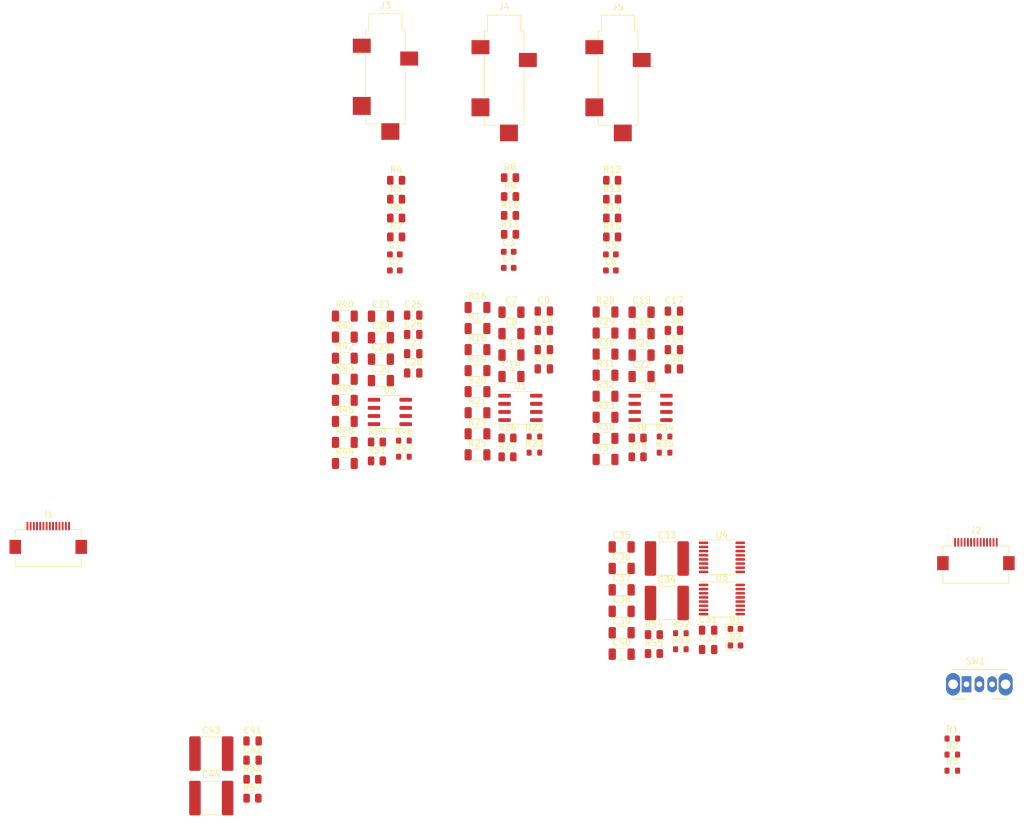
<source format=kicad_pcb>
(kicad_pcb (version 20221018) (generator pcbnew)
  (layers (0 "F.Cu" signal) (31 "B.Cu" signal) (34 "B.Paste" user) (35 "F.Paste" user) (36 "B.SilkS" user "B.Silkscreen") (37 "F.SilkS" user "F.Silkscreen") (38 "B.Mask" user) (39 "F.Mask" user) (44 "Edge.Cuts" user))
  (net 0 "")
  (net 1 "Net-(C1-Pad1)")
  (net 2 "GND")
  (net 3 "Net-(C2-Pad2)")
  (net 4 "Net-(C3-Pad1)")
  (net 5 "Net-(C4-Pad2)")
  (net 6 "Net-(C5-Pad1)")
  (net 7 "Net-(C6-Pad2)")
  (net 8 "Net-(C7-Pad1)")
  (net 9 "/AudioSignals/FrontAudioConnectors/T")
  (net 10 "Net-(C8-Pad1)")
  (net 11 "/AudioSignals/FrontAudioConnectors/R")
  (net 12 "VCC")
  (net 13 "VEE")
  (net 14 "Net-(C11-Pad2)")
  (net 15 "Net-(C12-Pad2)")
  (net 16 "Net-(C13-Pad1)")
  (net 17 "Net-(C14-Pad1)")
  (net 18 "Net-(C15-Pad1)")
  (net 19 "/AudioSignals/SorroundAudioConnectors/T")
  (net 20 "Net-(C16-Pad1)")
  (net 21 "/AudioSignals/SorroundAudioConnectors/R")
  (net 22 "Net-(C19-Pad2)")
  (net 23 "Net-(C20-Pad2)")
  (net 24 "Net-(C21-Pad1)")
  (net 25 "Net-(C22-Pad1)")
  (net 26 "Net-(C23-Pad1)")
  (net 27 "/AudioSignals/CenterSubAudioConnectors/T")
  (net 28 "Net-(C24-Pad1)")
  (net 29 "/AudioSignals/CenterSubAudioConnectors/R")
  (net 30 "Net-(C27-Pad2)")
  (net 31 "Net-(C28-Pad2)")
  (net 32 "Net-(C29-Pad1)")
  (net 33 "Net-(C30-Pad1)")
  (net 34 "Net-(D1-K)")
  (net 35 "Net-(D2-A)")
  (net 36 "Net-(U4-X)")
  (net 37 "Net-(C35-Pad2)")
  (net 38 "Net-(U4-Y)")
  (net 39 "Net-(C36-Pad2)")
  (net 40 "Net-(U4-Z)")
  (net 41 "/Demux/ODSL")
  (net 42 "Net-(U5-X)")
  (net 43 "/Demux/ODSR")
  (net 44 "Net-(U5-Y)")
  (net 45 "/Demux/ODC")
  (net 46 "Net-(U5-Z)")
  (net 47 "/Demux/ODSUB")
  (net 48 "/DR-LINE")
  (net 49 "/DL-LINE")
  (net 50 "/Demux/DL")
  (net 51 "/Demux/DR")
  (net 52 "/Demux/DSL")
  (net 53 "/Demux/DSR")
  (net 54 "/Demux/DC")
  (net 55 "/Demux/DSUB")
  (net 56 "-12V")
  (net 57 "+12V")
  (net 58 "/Demux/ODL")
  (net 59 "/Demux/ODR")
  (net 60 "/Demux/INPUTCTRL")
  (net 61 "Net-(SW1-B)")
  (net 62 "Net-(SW1-C)")
  (net 63 "Net-(SW1-A)")
  (net 64 "Net-(U1B-+)")
  (net 65 "Net-(U1A-+)")
  (net 66 "Net-(U1B--)")
  (net 67 "Net-(U1A--)")
  (net 68 "/AudioSignals/PCR")
  (net 69 "/AudioSignals/PCL")
  (net 70 "Net-(U2B-+)")
  (net 71 "Net-(U2A-+)")
  (net 72 "Net-(U2B--)")
  (net 73 "Net-(U2A--)")
  (net 74 "/AudioSignals/PCSR")
  (net 75 "/AudioSignals/PCSL")
  (net 76 "Net-(U3B-+)")
  (net 77 "Net-(U3A-+)")
  (net 78 "Net-(U3B--)")
  (net 79 "Net-(U3A--)")
  (net 80 "/AudioSignals/PCSUB")
  (net 81 "/AudioSignals/PCC")
  (footprint "Resistor_SMD:R_1206_3216Metric" (layer "F.Cu") (at 99.98 92.49)
    (fp_text reference "R18" (at 0 -1.82) (layer "F.SilkS"))
    (fp_text value "10k")
    (pad "1" smd roundrect (at -1.4625 0) (size 1.125 1.75) (layers "F.Cu" "F.Paste" "F.Mask") (roundrect_rratio 0.222222) (net 64 "Net-(U1B-+)"))
    (pad "2" smd roundrect (at 1.4625 0) (size 1.125 1.75) (layers "F.Cu" "F.Paste" "F.Mask") (roundrect_rratio 0.222222) (net 8 "Net-(C7-Pad1)"))
  )
  (footprint "Resistor_SMD:R_0805_2012Metric" (layer "F.Cu") (at 124.98 106.3)
    (fp_text reference "R38" (at 0 -1.65) (layer "F.SilkS"))
    (fp_text value "4.7k")
    (pad "1" smd roundrect (at -0.9125 0) (size 1.025 1.4) (layers "F.Cu" "F.Paste" "F.Mask") (roundrect_rratio 0.243902) (net 24 "Net-(C21-Pad1)"))
    (pad "2" smd roundrect (at 0.9125 0) (size 1.025 1.4) (layers "F.Cu" "F.Paste" "F.Mask") (roundrect_rratio 0.243902) (net 74 "/AudioSignals/PCSR"))
  )
  (footprint "Capacitor_SMD:C_1206_3216Metric" (layer "F.Cu") (at 122.49 136.73)
    (fp_text reference "C39" (at 0 -1.85) (layer "F.SilkS"))
    (fp_text value "4.7u")
    (pad "1" smd roundrect (at -1.475 0) (size 1.15 1.8) (layers "F.Cu" "F.Paste" "F.Mask") (roundrect_rratio 0.217391) (net 44 "Net-(U5-Y)"))
    (pad "2" smd roundrect (at 1.475 0) (size 1.15 1.8) (layers "F.Cu" "F.Paste" "F.Mask") (roundrect_rratio 0.217391) (net 45 "/Demux/ODC"))
  )
  (footprint "Resistor_SMD:R_0805_2012Metric" (layer "F.Cu") (at 124.98 109.25)
    (fp_text reference "R39" (at 0 -1.65) (layer "F.SilkS"))
    (fp_text value "4.7k")
    (pad "1" smd roundrect (at -0.9125 0) (size 1.025 1.4) (layers "F.Cu" "F.Paste" "F.Mask") (roundrect_rratio 0.243902) (net 25 "Net-(C22-Pad1)"))
    (pad "2" smd roundrect (at 0.9125 0) (size 1.025 1.4) (layers "F.Cu" "F.Paste" "F.Mask") (roundrect_rratio 0.243902) (net 75 "/AudioSignals/PCSL"))
  )
  (footprint "Package_SO:SOIC-8_3.9x4.9mm_P1.27mm" (layer "F.Cu") (at 106.68 101.6)
    (fp_text reference "U1" (at 0 -3.4) (layer "F.SilkS"))
    (fp_text value "RC4558")
    (pad "1" smd roundrect (at -2.475 -1.905) (size 1.95 0.6) (layers "F.Cu" "F.Paste" "F.Mask") (net 15 "Net-(C12-Pad2)"))
    (pad "2" smd roundrect (at -2.475 -0.635) (size 1.95 0.6) (layers "F.Cu" "F.Paste" "F.Mask") (net 67 "Net-(U1A--)"))
    (pad "3" smd roundrect (at -2.475 0.635) (size 1.95 0.6) (layers "F.Cu" "F.Paste" "F.Mask") (net 65 "Net-(U1A-+)"))
    (pad "4" smd roundrect (at -2.475 1.905) (size 1.95 0.6) (layers "F.Cu" "F.Paste" "F.Mask") (net 13 "VEE"))
    (pad "5" smd roundrect (at 2.475 1.905) (size 1.95 0.6) (layers "F.Cu" "F.Paste" "F.Mask") (net 64 "Net-(U1B-+)"))
    (pad "6" smd roundrect (at 2.475 0.635) (size 1.95 0.6) (layers "F.Cu" "F.Paste" "F.Mask") (net 66 "Net-(U1B--)"))
    (pad "7" smd roundrect (at 2.475 -0.635) (size 1.95 0.6) (layers "F.Cu" "F.Paste" "F.Mask") (net 14 "Net-(C11-Pad2)"))
    (pad "8" smd roundrect (at 2.475 -1.905) (size 1.95 0.6) (layers "F.Cu" "F.Paste" "F.Mask") (net 12 "VCC"))
  )
  (footprint "Resistor_SMD:R_1206_3216Metric" (layer "F.Cu") (at 119.97 96.49)
    (fp_text reference "R31" (at 0 -1.82) (layer "F.SilkS"))
    (fp_text value "10k")
    (pad "1" smd roundrect (at -1.4625 0) (size 1.125 1.75) (layers "F.Cu" "F.Paste" "F.Mask") (roundrect_rratio 0.222222) (net 71 "Net-(U2A-+)"))
    (pad "2" smd roundrect (at 1.4625 0) (size 1.125 1.75) (layers "F.Cu" "F.Paste" "F.Mask") (roundrect_rratio 0.222222) (net 20 "Net-(C16-Pad1)"))
  )
  (footprint "Resistor_SMD:R_1206_3216Metric" (layer "F.Cu") (at 99.98 102.36)
    (fp_text reference "R21" (at 0 -1.82) (layer "F.SilkS"))
    (fp_text value "100k")
    (pad "1" smd roundrect (at -1.4625 0) (size 1.125 1.75) (layers "F.Cu" "F.Paste" "F.Mask") (roundrect_rratio 0.222222) (net 2 "GND"))
    (pad "2" smd roundrect (at 1.4625 0) (size 1.125 1.75) (layers "F.Cu" "F.Paste" "F.Mask") (roundrect_rratio 0.222222) (net 65 "Net-(U1A-+)"))
  )
  (footprint "Button_Switch_THT:SW_CuK_OS102011MA1QN1_SPDT_Angled" (layer "F.Cu") (at 176.34 144.78)
    (fp_text reference "SW1" (at 1.4 -3.6) (layer "F.SilkS"))
    (fp_text value "SW_SPDT")
    (pad "" thru_hole oval (at -2.1 0) (size 2.2 3.5) (drill 1.5) (layers "*.Cu" "*.Mask"))
    (pad "" thru_hole oval (at 6.1 0) (size 2.2 3.5) (drill 1.5) (layers "*.Cu" "*.Mask"))
    (pad "1" thru_hole rect (at 0 0) (size 1.5 2.5) (drill 0.9) (layers "*.Cu" "*.Mask") (net 63 "Net-(SW1-A)"))
    (pad "2" thru_hole oval (at 2 0) (size 1.5 2.5) (drill 0.9) (layers "*.Cu" "*.Mask") (net 61 "Net-(SW1-B)"))
    (pad "3" thru_hole oval (at 4 0) (size 1.5 2.5) (drill 0.9) (layers "*.Cu" "*.Mask") (net 62 "Net-(SW1-C)"))
  )
  (footprint "Capacitor_SMD:C_1206_3216Metric" (layer "F.Cu") (at 125.6 90)
    (fp_text reference "C16" (at 0 -1.85) (layer "F.SilkS"))
    (fp_text value "4.7u")
    (pad "1" smd roundrect (at -1.475 0) (size 1.15 1.8) (layers "F.Cu" "F.Paste" "F.Mask") (roundrect_rratio 0.217391) (net 20 "Net-(C16-Pad1)"))
    (pad "2" smd roundrect (at 1.475 0) (size 1.15 1.8) (layers "F.Cu" "F.Paste" "F.Mask") (roundrect_rratio 0.217391) (net 21 "/AudioSignals/SorroundAudioConnectors/R"))
  )
  (footprint "Capacitor_SMD:C_0805_2012Metric" (layer "F.Cu") (at 110.33 92.5)
    (fp_text reference "C11" (at 0 -1.68) (layer "F.SilkS"))
    (fp_text value "47p")
    (pad "1" smd roundrect (at -0.95 0) (size 1 1.45) (layers "F.Cu" "F.Paste" "F.Mask") (net 2 "GND"))
    (pad "2" smd roundrect (at 0.95 0) (size 1 1.45) (layers "F.Cu" "F.Paste" "F.Mask") (net 14 "Net-(C11-Pad2)"))
  )
  (footprint "Resistor_SMD:R_0603_1608Metric" (layer "F.Cu") (at 131.73 139.32)
    (fp_text reference "R53" (at 0 -1.43) (layer "F.SilkS"))
    (fp_text value "10k")
    (pad "1" smd roundrect (at -0.825 0) (size 0.8 0.95) (layers "F.Cu" "F.Paste" "F.Mask") (net 39 "Net-(C36-Pad2)"))
    (pad "2" smd roundrect (at 0.825 0) (size 0.8 0.95) (layers "F.Cu" "F.Paste" "F.Mask") (net 59 "/Demux/ODR"))
  )
  (footprint "Capacitor_SMD:C_0805_2012Metric" (layer "F.Cu") (at 130.65 92.5)
    (fp_text reference "C19" (at 0 -1.68) (layer "F.SilkS"))
    (fp_text value "47p")
    (pad "1" smd roundrect (at -0.95 0) (size 1 1.45) (layers "F.Cu" "F.Paste" "F.Mask") (net 2 "GND"))
    (pad "2" smd roundrect (at 0.95 0) (size 1 1.45) (layers "F.Cu" "F.Paste" "F.Mask") (net 22 "Net-(C19-Pad2)"))
  )
  (footprint "Resistor_SMD:R_0805_2012Metric" (layer "F.Cu") (at 84.275 106.935)
    (fp_text reference "R50" (at 0 -1.65) (layer "F.SilkS"))
    (fp_text value "4.7k")
    (pad "1" smd roundrect (at -0.9125 0) (size 1.025 1.4) (layers "F.Cu" "F.Paste" "F.Mask") (roundrect_rratio 0.243902) (net 32 "Net-(C29-Pad1)"))
    (pad "2" smd roundrect (at 0.9125 0) (size 1.025 1.4) (layers "F.Cu" "F.Paste" "F.Mask") (roundrect_rratio 0.243902) (net 80 "/AudioSignals/PCSUB"))
  )
  (footprint "Capacitor_SMD:C_1206_3216Metric" (layer "F.Cu") (at 125.6 86.65)
    (fp_text reference "C15" (at 0 -1.85) (layer "F.SilkS"))
    (fp_text value "4.7u")
    (pad "1" smd roundrect (at -1.475 0) (size 1.15 1.8) (layers "F.Cu" "F.Paste" "F.Mask") (roundrect_rratio 0.217391) (net 18 "Net-(C15-Pad1)"))
    (pad "2" smd roundrect (at 1.475 0) (size 1.15 1.8) (layers "F.Cu" "F.Paste" "F.Mask") (roundrect_rratio 0.217391) (net 19 "/AudioSignals/SorroundAudioConnectors/T"))
  )
  (footprint "Capacitor_SMD:C_0805_2012Metric" (layer "F.Cu") (at 89.945 90.125)
    (fp_text reference "C26" (at 0 -1.68) (layer "F.SilkS"))
    (fp_text value "104")
    (pad "1" smd roundrect (at -0.95 0) (size 1 1.45) (layers "F.Cu" "F.Paste" "F.Mask") (net 2 "GND"))
    (pad "2" smd roundrect (at 0.95 0) (size 1 1.45) (layers "F.Cu" "F.Paste" "F.Mask") (net 13 "VEE"))
  )
  (footprint "Capacitor_SMD:C_1206_3216Metric" (layer "F.Cu") (at 84.895 90.635)
    (fp_text reference "C24" (at 0 -1.85) (layer "F.SilkS"))
    (fp_text value "4.7u")
    (pad "1" smd roundrect (at -1.475 0) (size 1.15 1.8) (layers "F.Cu" "F.Paste" "F.Mask") (roundrect_rratio 0.217391) (net 28 "Net-(C24-Pad1)"))
    (pad "2" smd roundrect (at 1.475 0) (size 1.15 1.8) (layers "F.Cu" "F.Paste" "F.Mask") (roundrect_rratio 0.217391) (net 29 "/AudioSignals/CenterSubAudioConnectors/R"))
  )
  (footprint "Resistor_SMD:R_0805_2012Metric" (layer "F.Cu") (at 64.84 162.58)
    (fp_text reference "R57" (at 0 -1.65) (layer "F.SilkS"))
    (fp_text value "100")
    (pad "1" smd roundrect (at -0.9125 0) (size 1.025 1.4) (layers "F.Cu" "F.Paste" "F.Mask") (roundrect_rratio 0.243902) (net 57 "+12V"))
    (pad "2" smd roundrect (at 0.9125 0) (size 1.025 1.4) (layers "F.Cu" "F.Paste" "F.Mask") (roundrect_rratio 0.243902) (net 12 "VCC"))
  )
  (footprint "Resistor_SMD:R_1206_3216Metric" (layer "F.Cu") (at 119.97 89.91)
    (fp_text reference "R29" (at 0 -1.82) (layer "F.SilkS"))
    (fp_text value "100k")
    (pad "1" smd roundrect (at -1.4625 0) (size 1.125 1.75) (layers "F.Cu" "F.Paste" "F.Mask") (roundrect_rratio 0.222222) (net 2 "GND"))
    (pad "2" smd roundrect (at 1.4625 0) (size 1.125 1.75) (layers "F.Cu" "F.Paste" "F.Mask") (roundrect_rratio 0.222222) (net 21 "/AudioSignals/SorroundAudioConnectors/R"))
  )
  (footprint "Capacitor_SMD:C_0805_2012Metric" (layer "F.Cu") (at 64.86 156.65)
    (fp_text reference "C42" (at 0 -1.68) (layer "F.SilkS"))
    (fp_text value "0.1u")
    (pad "1" smd roundrect (at -0.95 0) (size 1 1.45) (layers "F.Cu" "F.Paste" "F.Mask") (net 2 "GND"))
    (pad "2" smd roundrect (at 0.95 0) (size 1 1.45) (layers "F.Cu" "F.Paste" "F.Mask") (net 12 "VCC"))
  )
  (footprint "Capacitor_SMD:C_0805_2012Metric" (layer "F.Cu") (at 110.33 89.49)
    (fp_text reference "C10" (at 0 -1.68) (layer "F.SilkS"))
    (fp_text value "104")
    (pad "1" smd roundrect (at -0.95 0) (size 1 1.45) (layers "F.Cu" "F.Paste" "F.Mask") (net 2 "GND"))
    (pad "2" smd roundrect (at 0.95 0) (size 1 1.45) (layers "F.Cu" "F.Paste" "F.Mask") (net 13 "VEE"))
  )
  (footprint "Resistor_SMD:R_1206_3216Metric" (layer "F.Cu") (at 79.265 103.705)
    (fp_text reference "R45" (at 0 -1.82) (layer "F.SilkS"))
    (fp_text value "100k")
    (pad "1" smd roundrect (at -1.4625 0) (size 1.125 1.75) (layers "F.Cu" "F.Paste" "F.Mask") (roundrect_rratio 0.222222) (net 2 "GND"))
    (pad "2" smd roundrect (at 1.4625 0) (size 1.125 1.75) (layers "F.Cu" "F.Paste" "F.Mask") (roundrect_rratio 0.222222) (net 77 "Net-(U3A-+)"))
  )
  (footprint "Capacitor_SMD:C_1206_3216Metric" (layer "F.Cu") (at 122.49 133.38)
    (fp_text reference "C38" (at 0 -1.85) (layer "F.SilkS"))
    (fp_text value "4.7u")
    (pad "1" smd roundrect (at -1.475 0) (size 1.15 1.8) (layers "F.Cu" "F.Paste" "F.Mask") (roundrect_rratio 0.217391) (net 42 "Net-(U5-X)"))
    (pad "2" smd roundrect (at 1.475 0) (size 1.15 1.8) (layers "F.Cu" "F.Paste" "F.Mask") (roundrect_rratio 0.217391) (net 43 "/Demux/ODSR"))
  )
  (footprint "Resistor_SMD:R_0603_1608Metric" (layer "F.Cu") (at 88.485 106.715)
    (fp_text reference "R46" (at 0 -1.43) (layer "F.SilkS"))
    (fp_text value "1k")
    (pad "1" smd roundrect (at -0.825 0) (size 0.8 0.95) (layers "F.Cu" "F.Paste" "F.Mask") (net 2 "GND"))
    (pad "2" smd roundrect (at 0.825 0) (size 0.8 0.95) (layers "F.Cu" "F.Paste" "F.Mask") (net 78 "Net-(U3B--)"))
  )
  (footprint "Capacitor_SMD:C_0805_2012Metric" (layer "F.Cu") (at 135.99 139.35)
    (fp_text reference "C32" (at 0 -1.68) (layer "F.SilkS"))
    (fp_text value "0.1u")
    (pad "1" smd roundrect (at -0.95 0) (size 1 1.45) (layers "F.Cu" "F.Paste" "F.Mask") (net 35 "Net-(D2-A)"))
    (pad "2" smd roundrect (at 0.95 0) (size 1 1.45) (layers "F.Cu" "F.Paste" "F.Mask") (net 2 "GND"))
  )
  (footprint "Resistor_SMD:R_0603_1608Metric" (layer "F.Cu") (at 108.87 106.08)
    (fp_text reference "R22" (at 0 -1.43) (layer "F.SilkS"))
    (fp_text value "1k")
    (pad "1" smd roundrect (at -0.825 0) (size 0.8 0.95) (layers "F.Cu" "F.Paste" "F.Mask") (net 2 "GND"))
    (pad "2" smd roundrect (at 0.825 0) (size 0.8 0.95) (layers "F.Cu" "F.Paste" "F.Mask") (net 66 "Net-(U1B--)"))
  )
  (footprint "Resistor_SMD:R_1206_3216Metric" (layer "F.Cu") (at 79.265 90.545)
    (fp_text reference "R41" (at 0 -1.82) (layer "F.SilkS"))
    (fp_text value "100k")
    (pad "1" smd roundrect (at -1.4625 0) (size 1.125 1.75) (layers "F.Cu" "F.Paste" "F.Mask") (roundrect_rratio 0.222222) (net 2 "GND"))
    (pad "2" smd roundrect (at 1.4625 0) (size 1.125 1.75) (layers "F.Cu" "F.Paste" "F.Mask") (roundrect_rratio 0.222222) (net 29 "/AudioSignals/CenterSubAudioConnectors/R"))
  )
  (footprint "Connector_Audio:Jack_3.5mm_CUI_SJ-3524-SMT_Horizontal" (layer "F.Cu") (at 85.61 48.62)
    (fp_text reference "J3" (at 0 -9.9) (layer "F.SilkS"))
    (fp_text value "AudioJack3_Ground")
    (pad "" np_thru_hole circle (at 0 -2.5) (size 1.7 1.7) (drill 1.7) (layers "*.Cu" "*.Mask"))
    (pad "" np_thru_hole circle (at 0 4.5) (size 1.7 1.7) (drill 1.7) (layers "*.Cu" "*.Mask"))
    (pad "R" smd rect (at 3.7 -1.6) (size 2.8 2.2) (layers "F.Cu" "F.Paste" "F.Mask") (net 1 "Net-(C1-Pad1)"))
    (pad "S" smd rect (at -3.7 -3.6) (size 2.8 2.2) (layers "F.Cu" "F.Paste" "F.Mask") (net 2 "GND"))
    (pad "T" smd rect (at -3.7 5.8) (size 2.8 2.8) (layers "F.Cu" "F.Paste" "F.Mask") (net 3 "Net-(C2-Pad2)"))
    (pad "TN" smd rect (at 0.75 9.8) (size 2.8 2.6) (layers "F.Cu" "F.Paste" "F.Mask"))
  )
  (footprint "Resistor_SMD:R_1206_3216Metric" (layer "F.Cu") (at 79.265 110.285)
    (fp_text reference "R49" (at 0 -1.82) (layer "F.SilkS"))
    (fp_text value "12k")
    (pad "1" smd roundrect (at -1.4625 0) (size 1.125 1.75) (layers "F.Cu" "F.Paste" "F.Mask") (roundrect_rratio 0.222222) (net 79 "Net-(U3A--)"))
    (pad "2" smd roundrect (at 1.4625 0) (size 1.125 1.75) (layers "F.Cu" "F.Paste" "F.Mask") (roundrect_rratio 0.222222) (net 31 "Net-(C28-Pad2)"))
  )
  (footprint "Capacitor_SMD:C_2220_5650Metric" (layer "F.Cu") (at 58.41 155.61)
    (fp_text reference "C43" (at 0 -3.65) (layer "F.SilkS"))
    (fp_text value "47u")
    (pad "1" smd roundrect (at -2.55 0) (size 1.8 5.4) (layers "F.Cu" "F.Paste" "F.Mask") (roundrect_rratio 0.138889) (net 12 "VCC"))
    (pad "2" smd roundrect (at 2.55 0) (size 1.8 5.4) (layers "F.Cu" "F.Paste" "F.Mask") (roundrect_rratio 0.138889) (net 2 "GND"))
  )
  (footprint "Capacitor_SMD:C_0805_2012Metric" (layer "F.Cu") (at 110.33 86.48)
    (fp_text reference "C9" (at 0 -1.68) (layer "F.SilkS"))
    (fp_text value "104")
    (pad "1" smd roundrect (at -0.95 0) (size 1 1.45) (layers "F.Cu" "F.Paste" "F.Mask") (net 2 "GND"))
    (pad "2" smd roundrect (at 0.95 0) (size 1 1.45) (layers "F.Cu" "F.Paste" "F.Mask") (net 12 "VCC"))
  )
  (footprint "Capacitor_SMD:C_1206_3216Metric" (layer "F.Cu") (at 84.895 87.285)
    (fp_text reference "C23" (at 0 -1.85) (layer "F.SilkS"))
    (fp_text value "4.7u")
    (pad "1" smd roundrect (at -1.475 0) (size 1.15 1.8) (layers "F.Cu" "F.Paste" "F.Mask") (roundrect_rratio 0.217391) (net 26 "Net-(C23-Pad1)"))
    (pad "2" smd roundrect (at 1.475 0) (size 1.15 1.8) (layers "F.Cu" "F.Paste" "F.Mask") (roundrect_rratio 0.217391) (net 27 "/AudioSignals/CenterSubAudioConnectors/T"))
  )
  (footprint "Resistor_SMD:R_0603_1608Metric" (layer "F.Cu") (at 174.12 155.77)
    (fp_text reference "R2" (at 0 -1.43) (layer "F.SilkS"))
    (fp_text value "22k")
    (pad "1" smd roundrect (at -0.825 0) (size 0.8 0.95) (layers "F.Cu" "F.Paste" "F.Mask") (net 2 "GND"))
    (pad "2" smd roundrect (at 0.825 0) (size 0.8 0.95) (layers "F.Cu" "F.Paste" "F.Mask") (net 62 "Net-(SW1-C)"))
  )
  (footprint "Connector_Audio:Jack_3.5mm_CUI_SJ-3524-SMT_Horizontal" (layer "F.Cu") (at 104.14 48.84)
    (fp_text reference "J4" (at 0 -9.9) (layer "F.SilkS"))
    (fp_text value "AudioJack3_Ground")
    (pad "" np_thru_hole circle (at 0 -2.5) (size 1.7 1.7) (drill 1.7) (layers "*.Cu" "*.Mask"))
    (pad "" np_thru_hole circle (at 0 4.5) (size 1.7 1.7) (drill 1.7) (layers "*.Cu" "*.Mask"))
    (pad "R" smd rect (at 3.7 -1.6) (size 2.8 2.2) (layers "F.Cu" "F.Paste" "F.Mask") (net 4 "Net-(C3-Pad1)"))
    (pad "S" smd rect (at -3.7 -3.6) (size 2.8 2.2) (layers "F.Cu" "F.Paste" "F.Mask") (net 2 "GND"))
    (pad "T" smd rect (at -3.7 5.8) (size 2.8 2.8) (layers "F.Cu" "F.Paste" "F.Mask") (net 5 "Net-(C4-Pad2)"))
    (pad "TN" smd rect (at 0.75 9.8) (size 2.8 2.6) (layers "F.Cu" "F.Paste" "F.Mask"))
  )
  (footprint "Connector_FFC-FPC:Hirose_FH12-14S-0.5SH_1x14-1MP_P0.50mm_Horizontal" (layer "F.Cu") (at 177.8 124.46)
    (fp_text reference "J2" (at 0 -3.7) (layer "F.SilkS"))
    (fp_text value "Conn_01x14_Socket")
    (pad "1" smd rect (at -3.25 -1.85) (size 0.3 1.3) (layers "F.Cu" "F.Paste" "F.Mask") (net 48 "/DR-LINE"))
    (pad "2" smd rect (at -2.75 -1.85) (size 0.3 1.3) (layers "F.Cu" "F.Paste" "F.Mask") (net 49 "/DL-LINE"))
    (pad "3" smd rect (at -2.25 -1.85) (size 0.3 1.3) (layers "F.Cu" "F.Paste" "F.Mask") (net 2 "GND"))
    (pad "4" smd rect (at -1.75 -1.85) (size 0.3 1.3) (layers "F.Cu" "F.Paste" "F.Mask") (net 58 "/Demux/ODL"))
    (pad "5" smd rect (at -1.25 -1.85) (size 0.3 1.3) (layers "F.Cu" "F.Paste" "F.Mask") (net 59 "/Demux/ODR"))
    (pad "6" smd rect (at -0.75 -1.85) (size 0.3 1.3) (layers "F.Cu" "F.Paste" "F.Mask") (net 2 "GND"))
    (pad "7" smd rect (at -0.25 -1.85) (size 0.3 1.3) (layers "F.Cu" "F.Paste" "F.Mask") (net 41 "/Demux/ODSL"))
    (pad "8" smd rect (at 0.25 -1.85) (size 0.3 1.3) (layers "F.Cu" "F.Paste" "F.Mask") (net 43 "/Demux/ODSR"))
    (pad "9" smd rect (at 0.75 -1.85) (size 0.3 1.3) (layers "F.Cu" "F.Paste" "F.Mask") (net 2 "GND"))
    (pad "10" smd rect (at 1.25 -1.85) (size 0.3 1.3) (layers "F.Cu" "F.Paste" "F.Mask") (net 45 "/Demux/ODC"))
    (pad "11" smd rect (at 1.75 -1.85) (size 0.3 1.3) (layers "F.Cu" "F.Paste" "F.Mask") (net 47 "/Demux/ODSUB"))
    (pad "12" smd rect (at 2.25 -1.85) (size 0.3 1.3) (layers "F.Cu" "F.Paste" "F.Mask") (net 56 "-12V"))
    (pad "13" smd rect (at 2.75 -1.85) (size 0.3 1.3) (layers "F.Cu" "F.Paste" "F.Mask") (net 57 "+12V"))
    (pad "14" smd rect (at 3.25 -1.85) (size 0.3 1.3) (layers "F.Cu" "F.Paste" "F.Mask") (net 2 "GND"))
    (pad "MP" smd rect (at -5.15 1.4) (size 1.8 2.2) (layers "F.Cu" "F.Paste" "F.Mask"))
    (pad "MP" smd rect (at 5.15 1.4) (size 1.8 2.2) (layers "F.Cu" "F.Paste" "F.Mask"))
  )
  (footprint "Resistor_SMD:R_1206_3216Metric" (layer "F.Cu") (at 79.265 97.125)
    (fp_text reference "R43" (at 0 -1.82) (layer "F.SilkS"))
    (fp_text value "10k")
    (pad "1" smd roundrect (at -1.4625 0) (size 1.125 1.75) (layers "F.Cu" "F.Paste" "F.Mask") (roundrect_rratio 0.222222) (net 77 "Net-(U3A-+)"))
    (pad "2" smd roundrect (at 1.4625 0) (size 1.125 1.75) (layers "F.Cu" "F.Paste" "F.Mask") (roundrect_rratio 0.222222) (net 28 "Net-(C24-Pad1)"))
  )
  (footprint "Resistor_SMD:R_0805_2012Metric" (layer "F.Cu") (at 87.2725 71.94)
    (fp_text reference "R6" (at 0 -1.65) (layer "F.SilkS"))
    (fp_text value "4.7k")
    (pad "1" smd roundrect (at -0.9125 0) (size 1.025 1.4) (layers "F.Cu" "F.Paste" "F.Mask") (roundrect_rratio 0.243902) (net 2 "GND"))
    (pad "2" smd roundrect (at 0.9125 0) (size 1.025 1.4) (layers "F.Cu" "F.Paste" "F.Mask") (roundrect_rratio 0.243902) (net 29 "/AudioSignals/CenterSubAudioConnectors/R"))
  )
  (footprint "Connector_FFC-FPC:Hirose_FH12-14S-0.5SH_1x14-1MP_P0.50mm_Horizontal" (layer "F.Cu") (at 32.95 121.92)
    (fp_text reference "J1" (at 0 -3.7) (layer "F.SilkS"))
    (fp_text value "Conn_01x14_Socket")
    (pad "1" smd rect (at -3.25 -1.85) (size 0.3 1.3) (layers "F.Cu" "F.Paste" "F.Mask") (net 48 "/DR-LINE"))
    (pad "2" smd rect (at -2.75 -1.85) (size 0.3 1.3) (layers "F.Cu" "F.Paste" "F.Mask") (net 49 "/DL-LINE"))
    (pad "3" smd rect (at -2.25 -1.85) (size 0.3 1.3) (layers "F.Cu" "F.Paste" "F.Mask") (net 2 "GND"))
    (pad "4" smd rect (at -1.75 -1.85) (size 0.3 1.3) (layers "F.Cu" "F.Paste" "F.Mask") (net 50 "/Demux/DL"))
    (pad "5" smd rect (at -1.25 -1.85) (size 0.3 1.3) (layers "F.Cu" "F.Paste" "F.Mask") (net 51 "/Demux/DR"))
    (pad "6" smd rect (at -0.75 -1.85) (size 0.3 1.3) (layers "F.Cu" "F.Paste" "F.Mask") (net 2 "GND"))
    (pad "7" smd rect (at -0.25 -1.85) (size 0.3 1.3) (layers "F.Cu" "F.Paste" "F.Mask") (net 52 "/Demux/DSL"))
    (pad "8" smd rect (at 0.25 -1.85) (size 0.3 1.3) (layers "F.Cu" "F.Paste" "F.Mask") (net 53 "/Demux/DSR"))
    (pad "9" smd rect (at 0.75 -1.85) (size 0.3 1.3) (layers "F.Cu" "F.Paste" "F.Mask") (net 2 "GND"))
    (pad "10" smd rect (at 1.25 -1.85) (size 0.3 1.3) (layers "F.Cu" "F.Paste" "F.Mask") (net 54 "/Demux/DC"))
    (pad "11" smd rect (at 1.75 -1.85) (size 0.3 1.3) (layers "F.Cu" "F.Paste" "F.Mask") (net 55 "/Demux/DSUB"))
    (pad "12" smd rect (at 2.25 -1.85) (size 0.3 1.3) (layers "F.Cu" "F.Paste" "F.Mask") (net 56 "-12V"))
    (pad "13" smd rect (at 2.75 -1.85) (size 0.3 1.3) (layers "F.Cu" "F.Paste" "F.Mask") (net 57 "+12V"))
    (pad "14" smd rect (at 3.25 -1.85) (size 0.3 1.3) (layers "F.Cu" "F.Paste" "F.Mask") (net 2 "GND"))
    (pad "MP" smd rect (at -5.15 1.4) (size 1.8 2.2) (layers "F.Cu" "F.Paste" "F.Mask"))
    (pad "MP" smd rect (at 5.15 1.4) (size 1.8 2.2) (layers "F.Cu" "F.Paste" "F.Mask"))
  )
  (footprint "Capacitor_SMD:C_2220_5650Metric" (layer "F.Cu") (at 129.54 132.08)
    (fp_text reference "C34" (at 0 -3.65) (layer "F.SilkS"))
    (fp_text value "47u")
    (pad "1" smd roundrect (at -2.55 0) (size 1.8 5.4) (layers "F.Cu" "F.Paste" "F.Mask") (roundrect_rratio 0.138889) (net 2 "GND"))
    (pad "2" smd roundrect (at 2.55 0) (size 1.8 5.4) (layers "F.Cu" "F.Paste" "F.Mask") (roundrect_rratio 0.138889) (net 35 "Net-(D2-A)"))
  )
  (footprint "Resistor_SMD:R_0603_1608Metric" (layer "F.Cu") (at 174.12 158.28)
    (fp_text reference "R3" (at 0 -1.43) (layer "F.SilkS"))
    (fp_text value "9.1k")
    (pad "1" smd roundrect (at -0.825 0) (size 0.8 0.95) (layers "F.Cu" "F.Paste" "F.Mask") (net 57 "+12V"))
    (pad "2" smd roundrect (at 0.825 0) (size 0.8 0.95) (layers "F.Cu" "F.Paste" "F.Mask") (net 63 "Net-(SW1-A)"))
  )
  (footprint "Resistor_SMD:R_1206_3216Metric" (layer "F.Cu") (at 79.265 100.415)
    (fp_text reference "R44" (at 0 -1.82) (layer "F.SilkS"))
    (fp_text value "100k")
    (pad "1" smd roundrect (at -1.4625 0) (size 1.125 1.75) (layers "F.Cu" "F.Paste" "F.Mask") (roundrect_rratio 0.222222) (net 2 "GND"))
    (pad "2" smd roundrect (at 1.4625 0) (size 1.125 1.75) (layers "F.Cu" "F.Paste" "F.Mask") (roundrect_rratio 0.222222) (net 76 "Net-(U3B-+)"))
  )
  (footprint "Resistor_SMD:R_0805_2012Metric" (layer "F.Cu") (at 87.2725 68.99)
    (fp_text reference "R5" (at 0 -1.65) (layer "F.SilkS"))
    (fp_text value "47k")
    (pad "1" smd roundrect (at -0.9125 0) (size 1.025 1.4) (layers "F.Cu" "F.Paste" "F.Mask") (roundrect_rratio 0.243902) (net 3 "Net-(C2-Pad2)"))
    (pad "2" smd roundrect (at 0.9125 0) (size 1.025 1.4) (layers "F.Cu" "F.Paste" "F.Mask") (roundrect_rratio 0.243902) (net 27 "/AudioSignals/CenterSubAudioConnectors/T"))
  )
  (footprint "Capacitor_SMD:C_0805_2012Metric" (layer "F.Cu") (at 130.65 89.49)
    (fp_text reference "C18" (at 0 -1.68) (layer "F.SilkS"))
    (fp_text value "104")
    (pad "1" smd roundrect (at -0.95 0) (size 1 1.45) (layers "F.Cu" "F.Paste" "F.Mask") (net 2 "GND"))
    (pad "2" smd roundrect (at 0.95 0) (size 1 1.45) (layers "F.Cu" "F.Paste" "F.Mask") (net 13 "VEE"))
  )
  (footprint "Resistor_SMD:R_1206_3216Metric" (layer "F.Cu") (at 79.265 87.255)
    (fp_text reference "R40" (at 0 -1.82) (layer "F.SilkS"))
    (fp_text value "100k")
    (pad "1" smd roundrect (at -1.4625 0) (size 1.125 1.75) (layers "F.Cu" "F.Paste" "F.Mask") (roundrect_rratio 0.222222) (net 2 "GND"))
    (pad "2" smd roundrect (at 1.4625 0) (size 1.125 1.75) (layers "F.Cu" "F.Paste" "F.Mask") (roundrect_rratio 0.222222) (net 27 "/AudioSignals/CenterSubAudioConnectors/T"))
  )
  (footprint "Resistor_SMD:R_0805_2012Metric" (layer "F.Cu") (at 84.275 109.885)
    (fp_text reference "R51" (at 0 -1.65) (layer "F.SilkS"))
    (fp_text value "4.7k")
    (pad "1" smd roundrect (at -0.9125 0) (size 1.025 1.4) (layers "F.Cu" "F.Paste" "F.Mask") (roundrect_rratio 0.243902) (net 33 "Net-(C30-Pad1)"))
    (pad "2" smd roundrect (at 0.9125 0) (size 1.025 1.4) (layers "F.Cu" "F.Paste" "F.Mask") (roundrect_rratio 0.243902) (net 81 "/AudioSignals/PCC"))
  )
  (footprint "Package_SO:SOIC-8_3.9x4.9mm_P1.27mm" (layer "F.Cu") (at 127 101.6)
    (fp_text reference "U2" (at 0 -3.4) (layer "F.SilkS"))
    (fp_text value "RC4558")
    (pad "1" smd roundrect (at -2.475 -1.905) (size 1.95 0.6) (layers "F.Cu" "F.Paste" "F.Mask") (net 23 "Net-(C20-Pad2)"))
    (pad "2" smd roundrect (at -2.475 -0.635) (size 1.95 0.6) (layers "F.Cu" "F.Paste" "F.Mask") (net 73 "Net-(U2A--)"))
    (pad "3" smd roundrect (at -2.475 0.635) (size 1.95 0.6) (layers "F.Cu" "F.Paste" "F.Mask") (net 71 "Net-(U2A-+)"))
    (pad "4" smd roundrect (at -2.475 1.905) (size 1.95 0.6) (layers "F.Cu" "F.Paste" "F.Mask") (net 13 "VEE"))
    (pad "5" smd roundrect (at 2.475 1.905) (size 1.95 0.6) (layers "F.Cu" "F.Paste" "F.Mask") (net 70 "Net-(U2B-+)"))
    (pad "6" smd roundrect (at 2.475 0.635) (size 1.95 0.6) (layers "F.Cu" "F.Paste" "F.Mask") (net 72 "Net-(U2B--)"))
    (pad "7" smd roundrect (at 2.475 -0.635) (size 1.95 0.6) (layers "F.Cu" "F.Paste" "F.Mask") (net 22 "Net-(C19-Pad2)"))
    (pad "8" smd roundrect (at 2.475 -1.905) (size 1.95 0.6) (layers "F.Cu" "F.Paste" "F.Mask") (net 12 "VCC"))
  )
  (footprint "Capacitor_SMD:C_1206_3216Metric" (layer "F.Cu") (at 125.6 96.7)
    (fp_text reference "C22" (at 0 -1.85) (layer "F.SilkS"))
    (fp_text value "4.7u")
    (pad "1" smd roundrect (at -1.475 0) (size 1.15 1.8) (layers "F.Cu" "F.Paste" "F.Mask") (roundrect_rratio 0.217391) (net 25 "Net-(C22-Pad1)"))
    (pad "2" smd roundrect (at 1.475 0) (size 1.15 1.8) (layers "F.Cu" "F.Paste" "F.Mask") (roundrect_rratio 0.217391) (net 23 "Net-(C20-Pad2)"))
  )
  (footprint "Capacitor_SMD:C_0603_1608Metric" (layer "F.Cu") (at 104.8525 77.21)
    (fp_text reference "C3" (at 0 -1.43) (layer "F.SilkS"))
    (fp_text value "100p")
    (pad "1" smd roundrect (at -0.775 0) (size 0.9 0.95) (layers "F.Cu" "F.Paste" "F.Mask") (net 4 "Net-(C3-Pad1)"))
    (pad "2" smd roundrect (at 0.775 0) (size 0.9 0.95) (layers "F.Cu" "F.Paste" "F.Mask") (net 2 "GND"))
  )
  (footprint "Resistor_SMD:R_0603_1608Metric" (layer "F.Cu") (at 129.19 108.59)
    (fp_text reference "R35" (at 0 -1.43) (layer "F.SilkS"))
    (fp_text value "1k")
    (pad "1" smd roundrect (at -0.825 0) (size 0.8 0.95) (layers "F.Cu" "F.Paste" "F.Mask") (net 2 "GND"))
    (pad "2" smd roundrect (at 0.825 0) (size 0.8 0.95) (layers "F.Cu" "F.Paste" "F.Mask") (net 73 "Net-(U2A--)"))
  )
  (footprint "Package_SO:SOIC-8_3.9x4.9mm_P1.27mm" (layer "F.Cu") (at 86.295 102.235)
    (fp_text reference "U3" (at 0 -3.4) (layer "F.SilkS"))
    (fp_text value "RC4558")
    (pad "1" smd roundrect (at -2.475 -1.905) (size 1.95 0.6) (layers "F.Cu" "F.Paste" "F.Mask") (net 31 "Net-(C28-Pad2)"))
    (pad "2" smd roundrect (at -2.475 -0.635) (size 1.95 0.6) (layers "F.Cu" "F.Paste" "F.Mask") (net 79 "Net-(U3A--)"))
    (pad "3" smd roundrect (at -2.475 0.635) (size 1.95 0.6) (layers "F.Cu" "F.Paste" "F.Mask") (net 77 "Net-(U3A-+)"))
    (pad "4" smd roundrect (at -2.475 1.905) (size 1.95 0.6) (layers "F.Cu" "F.Paste" "F.Mask") (net 13 "VEE"))
    (pad "5" smd roundrect (at 2.475 1.905) (size 1.95 0.6) (layers "F.Cu" "F.Paste" "F.Mask") (net 76 "Net-(U3B-+)"))
    (pad "6" smd roundrect (at 2.475 0.635) (size 1.95 0.6) (layers "F.Cu" "F.Paste" "F.Mask") (net 78 "Net-(U3B--)"))
    (pad "7" smd roundrect (at 2.475 -0.635) (size 1.95 0.6) (layers "F.Cu" "F.Paste" "F.Mask") (net 30 "Net-(C27-Pad2)"))
    (pad "8" smd roundrect (at 2.475 -1.905) (size 1.95 0.6) (layers "F.Cu" "F.Paste" "F.Mask") (net 12 "VCC"))
  )
  (footprint "Diode_SMD:D_0603_1608Metric" (layer "F.Cu") (at 140.26 138.72)
    (fp_text reference "D2" (at 0 -1.43) (layer "F.SilkS"))
    (fp_text value "D_Zener")
    (pad "1" smd roundrect (at -0.7875 0) (size 0.875 0.95) (layers "F.Cu" "F.Paste" "F.Mask") (net 2 "GND"))
    (pad "2" smd roundrect (at 0.7875 0) (size 0.875 0.95) (layers "F.Cu" "F.Paste" "F.Mask") (net 35 "Net-(D2-A)"))
  )
  (footprint "Resistor_SMD:R_0805_2012Metric" (layer "F.Cu") (at 121.0075 74.89)
    (fp_text reference "R15" (at 0 -1.65) (layer "F.SilkS"))
    (fp_text value "4.7k")
    (pad "1" smd roundrect (at -0.9125 0) (size 1.025 1.4) (layers "F.Cu" "F.Paste" "F.Mask") (roundrect_rratio 0.243902) (net 19 "/AudioSignals/SorroundAudioConnectors/T"))
    (pad "2" smd roundrect (at 0.9125 0) (size 1.025 1.4) (layers "F.Cu" "F.Paste" "F.Mask") (roundrect_rratio 0.243902) (net 2 "GND"))
  )
  (footprint "Package_SO:TSSOP-16_4.4x5mm_P0.65mm" (layer "F.Cu") (at 138.14 124.95)
    (fp_text reference "U4" (at 0 -3.45) (layer "F.SilkS"))
    (fp_text value "4053")
    (pad "1" smd roundrect (at -2.8625 -2.275) (size 1.475 0.4) (layers "F.Cu" "F.Paste" "F.Mask") (net 68 "/AudioSignals/PCR"))
    (pad "2" smd roundrect (at -2.8625 -1.625) (size 1.475 0.4) (layers "F.Cu" "F.Paste" "F.Mask") (net 51 "/Demux/DR"))
    (pad "3" smd roundrect (at -2.8625 -0.975) (size 1.475 0.4) (layers "F.Cu" "F.Paste" "F.Mask") (net 81 "/AudioSignals/PCC"))
    (pad "4" smd roundrect (at -2.8625 -0.325) (size 1.475 0.4) (layers "F.Cu" "F.Paste" "F.Mask") (net 40 "Net-(U4-Z)"))
    (pad "5" smd roundrect (at -2.8625 0.325) (size 1.475 0.4) (layers "F.Cu" "F.Paste" "F.Mask") (net 54 "/Demux/DC"))
    (pad "6" smd roundrect (at -2.8625 0.975) (size 1.475 0.4) (layers "F.Cu" "F.Paste" "F.Mask") (net 2 "GND"))
    (pad "7" smd roundrect (at -2.8625 1.625) (size 1.475 0.4) (layers "F.Cu" "F.Paste" "F.Mask") (net 35 "Net-(D2-A)"))
    (pad "8" smd roundrect (at -2.8625 2.275) (size 1.475 0.4) (layers "F.Cu" "F.Paste" "F.Mask") (net 2 "GND"))
    (pad "9" smd roundrect (at 2.8625 2.275) (size 1.475 0.4) (layers "F.Cu" "F.Paste" "F.Mask") (net 60 "/Demux/INPUTCTRL"))
    (pad "10" smd roundrect (at 2.8625 1.625) (size 1.475 0.4) (layers "F.Cu" "F.Paste" "F.Mask") (net 60 "/Demux/INPUTCTRL"))
    (pad "11" smd roundrect (at 2.8625 0.975) (size 1.475 0.4) (layers "F.Cu" "F.Paste" "F.Mask") (net 60 "/Demux/INPUTCTRL"))
    (pad "12" smd roundrect (at 2.8625 0.325) (size 1.475 0.4) (layers "F.Cu" "F.Paste" "F.Mask") (net 50 "/Demux/DL"))
    (pad "13" smd roundrect (at 2.8625 -0.325) (size 1.475 0.4) (layers "F.Cu" "F.Paste" "F.Mask") (net 69 "/AudioSignals/PCL"))
    (pad "14" smd roundrect (at 2.8625 -0.975) (size 1.475 0.4) (layers "F.Cu" "F.Paste" "F.Mask") (net 36 "Net-(U4-X)"))
    (pad "15" smd roundrect (at 2.8625 -1.625) (size 1.475 0.4) (layers "F.Cu" "F.Paste" "F.Mask") (net 38 "Net-(U4-Y)"))
    (pad "16" smd roundrect (at 2.8625 -2.275) (size 1.475 0.4) (layers "F.Cu" "F.Paste" "F.Mask") (net 34 "Net-(D1-K)"))
  )
  (footprint "Resistor_SMD:R_0805_2012Metric" (layer "F.Cu") (at 121.0075 68.99)
    (fp_text reference "R13" (at 0 -1.65) (layer "F.SilkS"))
    (fp_text value "47k")
    (pad "1" smd roundrect (at -0.9125 0) (size 1.025 1.4) (layers "F.Cu" "F.Paste" "F.Mask") (roundrect_rratio 0.243902) (net 7 "Net-(C6-Pad2)"))
    (pad "2" smd roundrect (at 0.9125 0) (size 1.025 1.4) (layers "F.Cu" "F.Paste" "F.Mask") (roundrect_rratio 0.243902) (net 19 "/AudioSignals/SorroundAudioConnectors/T"))
  )
  (footprint "Capacitor_SMD:C_1206_3216Metric" (layer "F.Cu") (at 105.28 93.35)
    (fp_text reference "C13" (at 0 -1.85) (layer "F.SilkS"))
    (fp_text value "4.7u")
    (pad "1" smd roundrect (at -1.475 0) (size 1.15 1.8) (layers "F.Cu" "F.Paste" "F.Mask") (roundrect_rratio 0.217391) (net 16 "Net-(C13-Pad1)"))
    (pad "2" smd roundrect (at 1.475 0) (size 1.15 1.8) (layers "F.Cu" "F.Paste" "F.Mask") (roundrect_rratio 0.217391) (net 14 "Net-(C11-Pad2)"))
  )
  (footprint "Capacitor_SMD:C_1206_3216Metric" (layer "F.Cu") (at 122.49 126.68)
    (fp_text reference "C36" (at 0 -1.85) (layer "F.SilkS"))
    (fp_text value "4.7u")
    (pad "1" smd roundrect (at -1.475 0) (size 1.15 1.8) (layers "F.Cu" "F.Paste" "F.Mask") (roundrect_rratio 0.217391) (net 38 "Net-(U4-Y)"))
    (pad "2" smd roundrect (at 1.475 0) (size 1.15 1.8) (layers "F.Cu" "F.Paste" "F.Mask") (roundrect_rratio 0.217391) (net 39 "Net-(C36-Pad2)"))
  )
  (footprint "Capacitor_SMD:C_0603_1608Metric" (layer "F.Cu") (at 120.8075 80.13)
    (fp_text reference "C6" (at 0 -1.43) (layer "F.SilkS"))
    (fp_text value "100p")
    (pad "1" smd roundrect (at -0.775 0) (size 0.9 0.95) (layers "F.Cu" "F.Paste" "F.Mask") (net 2 "GND"))
    (pad "2" smd roundrect (at 0.775 0) (size 0.9 0.95) (layers "F.Cu" "F.Paste" "F.Mask") (net 7 "Net-(C6-Pad2)"))
  )
  (footprint "Capacitor_SMD:C_1206_3216Metric" (layer "F.Cu") (at 84.895 93.985)
    (fp_text reference "C29" (at 0 -1.85) (layer "F.SilkS"))
    (fp_text value "4.7u")
    (pad "1" smd roundrect (at -1.475 0) (size 1.15 1.8) (layers "F.Cu" "F.Paste" "F.Mask") (roundrect_rratio 0.217391) (net 32 "Net-(C29-Pad1)"))
    (pad "2" smd roundrect (at 1.475 0) (size 1.15 1.8) (layers "F.Cu" "F.Paste" "F.Mask") (roundrect_rratio 0.217391) (net 30 "Net-(C27-Pad2)"))
  )
  (footprint "Capacitor_SMD:C_0603_1608Metric" (layer "F.Cu") (at 120.8075 77.62)
    (fp_text reference "C5" (at 0 -1.43) (layer "F.SilkS"))
    (fp_text value "100p")
    (pad "1" smd roundrect (at -0.775 0) (size 0.9 0.95) (layers "F.Cu" "F.Paste" "F.Mask") (net 6 "Net-(C5-Pad1)"))
    (pad "2" smd roundrect (at 0.775 0) (size 0.9 0.95) (layers "F.Cu" "F.Paste" "F.Mask") (net 2 "GND"))
  )
  (footprint "Resistor_SMD:R_0603_1608Metric" (layer "F.Cu") (at 108.87 108.59)
    (fp_text reference "R23" (at 0 -1.43) (layer "F.SilkS"))
    (fp_text value "1k")
    (pad "1" smd roundrect (at -0.825 0) (size 0.8 0.95) (layers "F.Cu" "F.Paste" "F.Mask") (net 2 "GND"))
    (pad "2" smd roundrect (at 0.825 0) (size 0.8 0.95) (layers "F.Cu" "F.Paste" "F.Mask") (net 67 "Net-(U1A--)"))
  )
  (footprint "Resistor_SMD:R_0805_2012Metric" (layer "F.Cu") (at 105.0525 74.48)
    (fp_text reference "R11" (at 0 -1.65) (layer "F.SilkS"))
    (fp_text value "4.7k")
    (pad "1" smd roundrect (at -0.9125 0) (size 1.025 1.4) (layers "F.Cu" "F.Paste" "F.Mask") (roundrect_rratio 0.243902) (net 9 "/AudioSignals/FrontAudioConnectors/T"))
    (pad "2" smd roundrect (at 0.9125 0) (size 1.025 1.4) (layers "F.Cu" "F.Paste" "F.Mask") (roundrect_rratio 0.243902) (net 2 "GND"))
  )
  (footprint "Resistor_SMD:R_1206_3216Metric" (layer "F.Cu") (at 99.98 108.94)
    (fp_text reference "R25" (at 0 -1.82) (layer "F.SilkS"))
    (fp_text value "12k")
    (pad "1" smd roundrect (at -1.4625 0) (size 1.125 1.75) (layers "F.Cu" "F.Paste" "F.Mask") (roundrect_rratio 0.222222) (net 67 "Net-(U1A--)"))
    (pad "2" smd roundrect (at 1.4625 0) (size 1.125 1.75) (layers "F.Cu" "F.Paste" "F.Mask") (roundrect_rratio 0.222222) (net 15 "Net-(C12-Pad2)"))
  )
  (footprint "Capacitor_SMD:C_0805_2012Metric" (layer "F.Cu") (at 135.99 136.34)
    (fp_text reference "C31" (at 0 -1.68) (layer "F.SilkS"))
    (fp_text value "0.1u")
    (pad "1" smd roundrect (at -0.95 0) (size 1 1.45) (layers "F.Cu" "F.Paste" "F.Mask") (net 34 "Net-(D1-K)"))
    (pad "2" smd roundrect (at 0.95 0) (size 1 1.45) (layers "F.Cu" "F.Paste" "F.Mask") (net 2 "GND"))
  )
  (footprint "Capacitor_SMD:C_1206_3216Metric" (layer "F.Cu") (at 84.895 97.335)
    (fp_text reference "C30" (at 0 -1.85) (layer "F.SilkS"))
    (fp_text value "4.7u")
    (pad "1" smd roundrect (at -1.475 0) (size 1.15 1.8) (layers "F.Cu" "F.Paste" "F.Mask") (roundrect_rratio 0.217391) (net 33 "Net-(C30-Pad1)"))
    (pad "2" smd roundrect (at 1.475 0) (size 1.15 1.8) (layers "F.Cu" "F.Paste" "F.Mask") (roundrect_rratio 0.217391) (net 31 "Net-(C28-Pad2)"))
  )
  (footprint "Capacitor_SMD:C_1206_3216Metric" (layer "F.Cu") (at 105.28 90)
    (fp_text reference "C8" (at 0 -1.85) (layer "F.SilkS"))
    (fp_text value "4.7u")
    (pad "1" smd roundrect (at -1.475 0) (size 1.15 1.8) (layers "F.Cu" "F.Paste" "F.Mask") (roundrect_rratio 0.217391) (net 10 "Net-(C8-Pad1)"))
    (pad "2" smd roundrect (at 1.475 0) (size 1.15 1.8) (layers "F.Cu" "F.Paste" "F.Mask") (roundrect_rratio 0.217391) (net 11 "/AudioSignals/FrontAudioConnectors/R"))
  )
  (footprint "Resistor_SMD:R_0805_2012Metric" (layer "F.Cu") (at 105.0525 71.53)
    (fp_text reference "R10" (at 0 -1.65) (layer "F.SilkS"))
    (fp_text value "4.7k")
    (pad "1" smd roundrect (at -0.9125 0) (size 1.025 1.4) (layers "F.Cu" "F.Paste" "F.Mask") (roundrect_rratio 0.243902) (net 2 "GND"))
    (pad "2" smd roundrect (at 0.9125 0) (size 1.025 1.4) (layers "F.Cu" "F.Paste" "F.Mask") (roundrect_rratio 0.243902) (net 11 "/AudioSignals/FrontAudioConnectors/R"))
  )
  (footprint "Resistor_SMD:R_0805_2012Metric" (layer "F.Cu") (at 104.66 106.3)
    (fp_text reference "R26" (at 0 -1.65) (layer "F.SilkS"))
    (fp_text value "4.7k")
    (pad "1" smd roundrect (at -0.9125 0) (size 1.025 1.4) (layers "F.Cu" "F.Paste" "F.Mask") (roundrect_rratio 0.243902) (net 16 "Net-(C13-Pad1)"))
    (pad "2" smd roundrect (at 0.9125 0) (size 1.025 1.4) (layers "F.Cu" "F.Paste" "F.Mask") (roundrect_rratio 0.243902) (net 68 "/AudioSignals/PCR"))
  )
  (footprint "Capacitor_SMD:C_0603_1608Metric" (layer "F.Cu") (at 104.8525 79.72)
    (fp_text reference "C4" (at 0 -1.43) (layer "F.SilkS"))
    (fp_text value "100p")
    (pad "1" smd roundrect (at -0.775 0) (size 0.9 0.95) (layers "F.Cu" "F.Paste" "F.Mask") (net 2 "GND"))
    (pad "2" smd roundrect (at 0.775 0) (size 0.9 0.95) (layers "F.Cu" "F.Paste" "F.Mask") (net 5 "Net-(C4-Pad2)"))
  )
  (footprint "Capacitor_SMD:C_1206_3216Metric" (layer "F.Cu") (at 125.6 93.35)
    (fp_text reference "C21" (at 0 -1.85) (layer "F.SilkS"))
    (fp_text value "4.7u")
    (pad "1" smd roundrect (at -1.475 0) (size 1.15 1.8) (layers "F.Cu" "F.Paste" "F.Mask") (roundrect_rratio 0.217391) (net 24 "Net-(C21-Pad1)"))
    (pad "2" smd roundrect (at 1.475 0) (size 1.15 1.8) (layers "F.Cu" "F.Paste" "F.Mask") (roundrect_rratio 0.217391) (net 22 "Net-(C19-Pad2)"))
  )
  (footprint "Capacitor_SMD:C_0603_1608Metric" (layer "F.Cu") (at 87.0725 80.13)
    (fp_text reference "C2" (at 0 -1.43) (layer "F.SilkS"))
    (fp_text value "100p")
    (pad "1" smd roundrect (at -0.775 0) (size 0.9 0.95) (layers "F.Cu" "F.Paste" "F.Mask") (net 2 "GND"))
    (pad "2" smd roundrect (at 0.775 0) (size 0.9 0.95) (layers "F.Cu" "F.Paste" "F.Mask") (net 3 "Net-(C2-Pad2)"))
  )
  (footprint "Resistor_SMD:R_1206_3216Metric" (layer "F.Cu") (at 99.98 95.78)
    (fp_text reference "R19" (at 0 -1.82) (layer "F.SilkS"))
    (fp_text value "10k")
    (pad "1" smd roundrect (at -1.4625 0) (size 1.125 1.75) (layers "F.Cu" "F.Paste" "F.Mask") (roundrect_rratio 0.222222) (net 65 "Net-(U1A-+)"))
    (pad "2" smd roundrect (at 1.4625 0) (size 1.125 1.75) (layers "F.Cu" "F.Paste" "F.Mask") (roundrect_rratio 0.222222) (net 10 "Net-(C8-Pad1)"))
  )
  (footprint "Resistor_SMD:R_1206_3216Metric" (layer "F.Cu") (at 99.98 85.91)
    (fp_text reference "R16" (at 0 -1.82) (layer "F.SilkS"))
    (fp_text value "100k")
    (pad "1" smd roundrect (at -1.4625 0) (size 1.125 1.75) (layers "F.Cu" "F.Paste" "F.Mask") (roundrect_rratio 0.222222) (net 2 "GND"))
    (pad "2" smd roundrect (at 1.4625 0) (size 1.125 1.75) (layers "F.Cu" "F.Paste" "F.Mask") (roundrect_rratio 0.222222) (net 9 "/AudioSignals/FrontAudioConnectors/T"))
  )
  (footprint "Resistor_SMD:R_1206_3216Metric" (layer "F.Cu") (at 99.98 105.65)
    (fp_text reference "R24" (at 0 -1.82) (layer "F.SilkS"))
    (fp_text value "12k")
    (pad "1" smd roundrect (at -1.4625 0) (size 1.125 1.75) (layers "F.Cu" "F.Paste" "F.Mask") (roundrect_rratio 0.222222) (net 66 "Net-(U1B--)"))
    (pad "2" smd roundrect (at 1.4625 0) (size 1.125 1.75) (layers "F.Cu" "F.Paste" "F.Mask") (roundrect_rratio 0.222222) (net 14 "Net-(C11-Pad2)"))
  )
  (footprint "Resistor_SMD:R_0805_2012Metric" (layer "F.Cu") (at 105.0525 65.63)
    (fp_text reference "R8" (at 0 -1.65) (layer "F.SilkS"))
    (fp_text value "47k")
    (pad "1" smd roundrect (at -0.9125 0) (size 1.025 1.4) (layers "F.Cu" "F.Paste" "F.Mask") (roundrect_rratio 0.243902) (net 4 "Net-(C3-Pad1)"))
    (pad "2" smd roundrect (at 0.9125 0) (size 1.025 1.4) (layers "F.Cu" "F.Paste" "F.Mask") (roundrect_rratio 0.243902) (net 11 "/AudioSignals/FrontAudioConnectors/R"))
  )
  (footprint "Capacitor_SMD:C_0805_2012Metric" (layer "F.Cu") (at 89.945 93.135)
    (fp_text reference "C27" (at 0 -1.68) (layer "F.SilkS"))
    (fp_text value "47p")
    (pad "1" smd roundrect (at -0.95 0) (size 1 1.45) (layers "F.Cu" "F.Paste" "F.Mask") (net 2 "GND"))
    (pad "2" smd roundrect (at 0.95 0) (size 1 1.45) (layers "F.Cu" "F.Paste" "F.Mask") (net 30 "Net-(C27-Pad2)"))
  )
  (footprint "Resistor_SMD:R_1206_3216Metric" (layer "F.Cu") (at 119.97 99.78)
    (fp_text reference "R32" (at 0 -1.82) (layer "F.SilkS"))
    (fp_text value "100k")
    (pad "1" smd roundrect (at -1.4625 0) (size 1.125 1.75) (layers "F.Cu" "F.Paste" "F.Mask") (roundrect_rratio 0.222222) (net 2 "GND"))
    (pad "2" smd roundrect (at 1.4625 0) (size 1.125 1.75) (layers "F.Cu" "F.Paste" "F.Mask") (roundrect_rratio 0.222222) (net 70 "Net-(U2B-+)"))
  )
  (footprint "Resistor_SMD:R_1206_3216Metric" (layer "F.Cu") (at 119.97 106.36)
    (fp_text reference "R36" (at 0 -1.82) (layer "F.SilkS"))
    (fp_text value "12k")
    (pad "1" smd roundrect (at -1.4625 0) (size 1.125 1.75) (layers "F.Cu" "F.Paste" "F.Mask") (roundrect_rratio 0.222222) (net 72 "Net-(U2B--)"))
    (pad "2" smd roundrect (at 1.4625 0) (size 1.125 1.75) (layers "F.Cu" "F.Paste" "F.Mask") (roundrect_rratio 0.222222) (net 22 "Net-(C19-Pad2)"))
  )
  (footprint "Resistor_SMD:R_0805_2012Metric" (layer "F.Cu") (at 105.0525 68.58)
    (fp_text reference "R9" (at 0 -1.65) (layer "F.SilkS"))
    (fp_text value "47k")
    (pad "1" smd roundrect (at -0.9125 0) (size 1.025 1.4) (layers "F.Cu" "F.Paste" "F.Mask") (roundrect_rratio 0.243902) (net 5 "Net-(C4-Pad2)"))
    (pad "2" smd roundrect (at 0.9125 0) (size 1.025 1.4) (layers "F.Cu" "F.Paste" "F.Mask") (roundrect_rratio 0.243902) (net 9 "/AudioSignals/FrontAudioConnectors/T"))
  )
  (footprint "Capacitor_SMD:C_0805_2012Metric" (layer "F.Cu") (at 89.945 96.145)
    (fp_text reference "C28" (at 0 -1.68) (layer "F.SilkS"))
    (fp_text value "47p")
    (pad "1" smd roundrect (at -0.95 0) (size 1 1.45) (layers "F.Cu" "F.Paste" "F.Mask") (net 2 "GND"))
    (pad "2" smd roundrect (at 0.95 0) (size 1 1.45) (layers "F.Cu" "F.Paste" "F.Mask") (net 31 "Net-(C28-Pad2)"))
  )
  (footprint "Connector_Audio:Jack_3.5mm_CUI_SJ-3524-SMT_Horizontal" (layer "F.Cu") (at 121.92 48.84)
    (fp_text reference "J5" (at 0 -9.9) (layer "F.SilkS"))
    (fp_text value "AudioJack3_Ground")
    (pad "" np_thru_hole circle (at 0 -2.5) (size 1.7 1.7) (drill 1.7) (layers "*.Cu" "*.Mask"))
    (pad "" np_thru_hole circle (at 0 4.5) (size 1.7 1.7) (drill 1.7) (layers "*.Cu" "*.Mask"))
    (pad "R" smd rect (at 3.7 -1.6) (size 2.8 2.2) (layers "F.Cu" "F.Paste" "F.Mask") (net 6 "Net-(C5-Pad1)"))
    (pad "S" smd rect (at -3.7 -3.6) (size 2.8 2.2) (layers "F.Cu" "F.Paste" "F.Mask") (net 2 "GND"))
    (pad "T" smd rect (at -3.7 5.8) (size 2.8 2.8) (layers "F.Cu" "F.Paste" "F.Mask") (net 7 "Net-(C6-Pad2)"))
    (pad "TN" smd rect (at 0.75 9.8) (size 2.8 2.6) (layers "F.Cu" "F.Paste" "F.Mask"))
  )
  (footprint "Capacitor_SMD:C_0805_2012Metric" (layer "F.Cu") (at 130.65 95.51)
    (fp_text reference "C20" (at 0 -1.68) (layer "F.SilkS"))
    (fp_text value "47p")
    (pad "1" smd roundrect (at -0.95 0) (size 1 1.45) (layers "F.Cu" "F.Paste" "F.Mask") (net 2 "GND"))
    (pad "2" smd roundrect (at 0.95 0) (size 1 1.45) (layers "F.Cu" "F.Paste" "F.Mask") (net 23 "Net-(C20-Pad2)"))
  )
  (footprint "Capacitor_SMD:C_1206_3216Metric" (layer "F.Cu") (at 122.49 140.08)
    (fp_text reference "C40" (at 0 -1.85) (layer "F.SilkS"))
    (fp_text value "4.7u")
    (pad "1" smd roundrect (at -1.475 0) (size 1.15 1.8) (layers "F.Cu" "F.Paste" "F.Mask") (roundrect_rratio 0.217391) (net 46 "Net-(U5-Z)"))
    (pad "2" smd roundrect (at 1.475 0) (size 1.15 1.8) (layers "F.Cu" "F.Paste" "F.Mask") (roundrect_rratio 0.217391) (net 47 "/Demux/ODSUB"))
  )
  (footprint "Capacitor_SMD:C_1206_3216Metric" (layer "F.Cu") (at 105.28 96.7)
    (fp_text reference "C14" (at 0 -1.85) (layer "F.SilkS"))
    (fp_text value "4.7u")
    (pad "1" smd roundrect (at -1.475 0) (size 1.15 1.8) (layers "F.Cu" "F.Paste" "F.Mask") (roundrect_rratio 0.217391) (net 17 "Net-(C14-Pad1)"))
    (pad "2" smd roundrect (at 1.475 0) (size 1.15 1.8) (layers "F.Cu" "F.Paste" "F.Mask") (roundrect_rratio 0.217391) (net 15 "Net-(C12-Pad2)"))
  )
  (footprint "Package_SO:TSSOP-16_4.4x5mm_P0.65mm" (layer "F.Cu") (at 138.14 131.54)
    (fp_text reference "U5" (at 0 -3.45) (layer "F.SilkS"))
    (fp_text value "4053")
    (pad "1" smd roundrect (at -2.8625 -2.275) (size 1.475 0.4) (layers "F.Cu" "F.Paste" "F.Mask") (net 74 "/AudioSignals/PCSR"))
    (pad "2" smd roundrect (at -2.8625 -1.625) (size 1.475 0.4) (layers "F.Cu" "F.Paste" "F.Mask") (net 53 "/Demux/DSR"))
    (pad "3" smd roundrect (at -2.8625 -0.975) (size 1.475 0.4) (layers "F.Cu" "F.Paste" "F.Mask") (net 80 "/AudioSignals/PCSUB"))
    (pad "4" smd roundrect (at -2.8625 -0.325) (size 1.475 0.4) (layers "F.Cu" "F.Paste" "F.Mask") (net 46 "Net-(U5-Z)"))
    (pad "5" smd roundrect (at -2.8625 0.325) (size 1.475 0.4) (layers "F.Cu" "F.Paste" "F.Mask") (net 55 "/Demux/DSUB"))
    (pad "6" smd roundrect (at -2.8625 0.975) (size 1.475 0.4) (layers "F.Cu" "F.Paste" "F.Mask") (net 2 "GND"))
    (pad "7" smd roundrect (at -2.8625 1.625) (size 1.475 0.4) (layers "F.Cu" "F.Paste" "F.Mask") (net 35 "Net-(D2-A)"))
    (pad "8" smd roundrect (at -2.8625 2.275) (size 1.475 0.4) (layers "F.Cu" "F.Paste" "F.Mask") (net 2 "GND"))
    (pad "9" smd roundrect (at 2.8625 2.275) (size 1.475 0.4) (layers "F.Cu" "F.Paste" "F.Mask") (net 60 "/Demux/INPUTCTRL"))
    (pad "10" smd roundrect (at 2.8625 1.625) (size 1.475 0.4) (layers "F.Cu" "F.Paste" "F.Mask") (net 60 "/Demux/INPUTCTRL"))
    (pad "11" smd roundrect (at 2.8625 0.975) (size 1.475 0.4) (layers "F.Cu" "F.Paste" "F.Mask") (net 60 "/Demux/INPUTCTRL"))
    (pad "12" smd roundrect (at 2.8625 0.325) (size 1.475 0.4) (layers "F.Cu" "F.Paste" "F.Mask") (net 52 "/Demux/DSL"))
    (pad "13" smd roundrect (at 2.8625 -0.325) (size 1.475 0.4) (layers "F.Cu" "F.Paste" "F.Mask") (net 75 "/AudioSignals/PCSL"))
    (pad "14" smd roundrect (at 2.8625 -0.975) (size 1.475 0.4) (layers "F.Cu" "F.Paste" "F.Mask") (net 42 "Net-(U5-X)"))
    (pad "15" smd roundrect (at 2.8625 -1.625) (size 1.475 0.4) (layers "F.Cu" "F.Paste" "F.Mask") (net 44 "Net-(U5-Y)"))
    (pad "16" smd roundrect (at 2.8625 -2.275) (size 1.475 0.4) (layers "F.Cu" "F.Paste" "F.Mask") (net 34 "Net-(D1-K)"))
  )
  (footprint "Resistor_SMD:R_0805_2012Metric" (layer "F.Cu") (at 64.84 159.63)
    (fp_text reference "R56" (at 0 -1.65) (layer "F.SilkS"))
    (fp_text value "100")
    (pad "1" smd roundrect (at -0.9125 0) (size 1.025 1.4) (layers "F.Cu" "F.Paste" "F.Mask") (roundrect_rratio 0.243902) (net 56 "-12V"))
    (pad "2" smd roundrect (at 0.9125 0) (size 1.025 1.4) (layers "F.Cu" "F.Paste" "F.Mask") (roundrect_rratio 0.243902) (net 13 "VEE"))
  )
  (footprint "Resistor_SMD:R_0805_2012Metric" (layer "F.Cu") (at 104.66 109.25)
    (fp_text reference "R27" (at 0 -1.65) (layer "F.SilkS"))
    (fp_text value "4.7k")
    (pad "1" smd roundrect (at -0.9125 0) (size 1.025 1.4) (layers "F.Cu" "F.Paste" "F.Mask") (roundrect_rratio 0.243902) (net 17 "Net-(C14-Pad1)"))
    (pad "2" smd roundrect (at 0.9125 0) (size 1.025 1.4) (layers "F.Cu" "F.Paste" "F.Mask") (roundrect_rratio 0.243902) (net 69 "/AudioSignals/PCL"))
  )
  (footprint "Resistor_SMD:R_0805_2012Metric" (layer "F.Cu") (at 121.0075 66.04)
    (fp_text reference "R12" (at 0 -1.65) (layer "F.SilkS"))
    (fp_text value "47k")
    (pad "1" smd roundrect (at -0.9125 0) (size 1.025 1.4) (layers "F.Cu" "F.Paste" "F.Mask") (roundrect_rratio 0.243902) (net 6 "Net-(C5-Pad1)"))
    (pad "2" smd roundrect (at 0.9125 0) (size 1.025 1.4) (layers "F.Cu" "F.Paste" "F.Mask") (roundrect_rratio 0.243902) (net 21 "/AudioSignals/SorroundAudioConnectors/R"))
  )
  (footprint "Capacitor_SMD:C_0603_1608Metric" (layer "F.Cu") (at 87.0725 77.62)
    (fp_text reference "C1" (at 0 -1.43) (layer "F.SilkS"))
    (fp_text value "100p")
    (pad "1" smd roundrect (at -0.775 0) (size 0.9 0.95) (layers "F.Cu" "F.Paste" "F.Mask") (net 1 "Net-(C1-Pad1)"))
    (pad "2" smd roundrect (at 0.775 0) (size 0.9 0.95) (layers "F.Cu" "F.Paste" "F.Mask") (net 2 "GND"))
  )
  (footprint "Resistor_SMD:R_1206_3216Metric" (layer "F.Cu") (at 99.98 89.2)
    (fp_text reference "R17" (at 0 -1.82) (layer "F.SilkS"))
    (fp_text value "100k")
    (pad "1" smd roundrect (at -1.4625 0) (size 1.125 1.75) (layers "F.Cu" "F.Paste" "F.Mask") (roundrect_rratio 0.222222) (net 2 "GND"))
    (pad "2" smd roundrect (at 1.4625 0) (size 1.125 1.75) (layers "F.Cu" "F.Paste" "F.Mask") (roundrect_rratio 0.222222) (net 11 "/AudioSignals/FrontAudioConnectors/R"))
  )
  (footprint "Resistor_SMD:R_1206_3216Metric" (layer "F.Cu") (at 119.97 86.62)
    (fp_text reference "R28" (at 0 -1.82) (layer "F.SilkS"))
    (fp_text value "100k")
    (pad "1" smd roundrect (at -1.4625 0) (size 1.125 1.75) (layers "F.Cu" "F.Paste" "F.Mask") (roundrect_rratio 0.222222) (net 2 "GND"))
    (pad "2" smd roundrect (at 1.4625 0) (size 1.125 1.75) (layers "F.Cu" "F.Paste" "F.Mask") (roundrect_rratio 0.222222) (net 19 "/AudioSignals/SorroundAudioConnectors/T"))
  )
  (footprint "Resistor_SMD:R_0603_1608Metric" (layer "F.Cu") (at 129.19 106.08)
    (fp_text reference "R34" (at 0 -1.43) (layer "F.SilkS"))
    (fp_text value "1k")
    (pad "1" smd roundrect (at -0.825 0) (size 0.8 0.95) (layers "F.Cu" "F.Paste" "F.Mask") (net 2 "GND"))
    (pad "2" smd roundrect (at 0.825 0) (size 0.8 0.95) (layers "F.Cu" "F.Paste" "F.Mask") (net 72 "Net-(U2B--)"))
  )
  (footprint "Resistor_SMD:R_0805_2012Metric" (layer "F.Cu") (at 127.52 137.03)
    (fp_text reference "R54" (at 0 -1.65) (layer "F.SilkS"))
    (fp_text value "150")
    (pad "1" smd roundrect (at -0.9125 0) (size 1.025 1.4) (layers "F.Cu" "F.Paste" "F.Mask") (roundrect_rratio 0.243902) (net 34 "Net-(D1-K)"))
    (pad "2" smd roundrect (at 0.9125 0) (size 1.025 1.4) (layers "F.Cu" "F.Paste" "F.Mask") (roundrect_rratio 0.243902) (net 57 "+12V"))
  )
  (footprint "Capacitor_SMD:C_0805_2012Metric" (layer "F.Cu") (at 130.65 86.48)
    (fp_text reference "C17" (at 0 -1.68) (layer "F.SilkS"))
    (fp_text value "104")
    (pad "1" smd roundrect (at -0.95 0) (size 1 1.45) (layers "F.Cu" "F.Paste" "F.Mask") (net 2 "GND"))
    (pad "2" smd roundrect (at 0.95 0) (size 1 1.45) (layers "F.Cu" "F.Paste" "F.Mask") (net 12 "VCC"))
  )
  (footprint "Resistor_SMD:R_1206_3216Metric" (layer "F.Cu") (at 99.98 99.07)
    (fp_text reference "R20" (at 0 -1.82) (layer "F.SilkS"))
    (fp_text value "100k")
    (pad "1" smd roundrect (at -1.4625 0) (size 1.125 1.75) (layers "F.Cu" "F.Paste" "F.Mask") (roundrect_rratio 0.222222) (net 2 "GND"))
    (pad "2" smd roundrect (at 1.4625 0) (size 1.125 1.75) (layers "F.Cu" "F.Paste" "F.Mask") (roundrect_rratio 0.222222) (net 64 "Net-(U1B-+)"))
  )
  (footprint "Resistor_SMD:R_0805_2012Metric" (layer "F.Cu") (at 121.0075 71.94)
    (fp_text reference "R14" (at 0 -1.65) (layer "F.SilkS"))
    (fp_text value "4.7k")
    (pad "1" smd roundrect (at -0.9125 0) (size 1.025 1.4) (layers "F.Cu" "F.Paste" "F.Mask") (roundrect_rratio 0.243902) (net 2 "GND"))
    (pad "2" smd roundrect (at 0.9125 0) (size 1.025 1.4) (layers "F.Cu" "F.Paste" "F.Mask") (roundrect_rratio 0.243902) (net 21 "/AudioSignals/SorroundAudioConnectors/R"))
  )
  (footprint "Capacitor_SMD:C_2220_5650Metric" (layer "F.Cu") (at 58.41 162.56)
    (fp_text reference "C44" (at 0 -3.65) (layer "F.SilkS"))
    (fp_text value "47u")
    (pad "1" smd roundrect (at -2.55 0) (size 1.8 5.4) (layers "F.Cu" "F.Paste" "F.Mask") (roundrect_rratio 0.138889) (net 2 "GND"))
    (pad "2" smd roundrect (at 2.55 0) (size 1.8 5.4) (layers "F.Cu" "F.Paste" "F.Mask") (roundrect_rratio 0.138889) (net 13 "VEE"))
  )
  (footprint "Capacitor_SMD:C_2220_5650Metric" (layer "F.Cu") (at 129.54 125.13)
    (fp_text reference "C33" (at 0 -3.65) (layer "F.SilkS"))
    (fp_text value "47u")
    (pad "1" smd roundrect (at -2.55 0) (size 1.8 5.4) (layers "F.Cu" "F.Paste" "F.Mask") (roundrect_rratio 0.138889) (net 34 "Net-(D1-K)"))
    (pad "2" smd roundrect (at 2.55 0) (size 1.8 5.4) (layers "F.Cu" "F.Paste" "F.Mask") (roundrect_rratio 0.138889) (net 2 "GND"))
  )
  (footprint "Resistor_SMD:R_0805_2012Metric" (layer "F.Cu") (at 87.2725 74.89)
    (fp_text reference "R7" (at 0 -1.65) (layer "F.SilkS"))
    (fp_text value "4.7k")
    (pad "1" smd roundrect (at -0.9125 0) (size 1.025 1.4) (layers "F.Cu" "F.Paste" "F.Mask") (roundrect_rratio 0.243902) (net 27 "/AudioSignals/CenterSubAudioConnectors/T"))
    (pad "2" smd roundrect (at 0.9125 0) (size 1.025 1.4) (layers "F.Cu" "F.Paste" "F.Mask") (roundrect_rratio 0.243902) (net 2 "GND"))
  )
  (footprint "Capacitor_SMD:C_0805_2012Metric" (layer "F.Cu") (at 64.86 153.64)
    (fp_text reference "C41" (at 0 -1.68) (layer "F.SilkS"))
    (fp_text value "0.1u")
    (pad "1" smd roundrect (at -0.95 0) (size 1 1.45) (layers "F.Cu" "F.Paste" "F.Mask") (net 13 "VEE"))
    (pad "2" smd roundrect (at 0.95 0) (size 1 1.45) (layers "F.Cu" "F.Paste" "F.Mask") (net 2 "GND"))
  )
  (footprint "Diode_SMD:D_0603_1608Metric" (layer "F.Cu") (at 140.26 136.13)
    (fp_text reference "D1" (at 0 -1.43) (layer "F.SilkS"))
    (fp_text value "D_Zener")
    (pad "1" smd roundrect (at -0.7875 0) (size 0.875 0.95) (layers "F.Cu" "F.Paste" "F.Mask") (net 34 "Net-(D1-K)"))
    (pad "2" smd roundrect (at 0.7875 0) (size 0.875 0.95) (layers "F.Cu" "F.Paste" "F.Mask") (net 2 "GND"))
  )
  (footprint "Resistor_SMD:R_1206_3216Metric" (layer "F.Cu") (at 79.265 93.835)
    (fp_text reference "R42" (at 0 -1.82) (layer "F.SilkS"))
    (fp_text value "10k")
    (pad "1" smd roundrect (at -1.4625 0) (size 1.125 1.75) (layers "F.Cu" "F.Paste" "F.Mask") (roundrect_rratio 0.222222) (net 76 "Net-(U3B-+)"))
    (pad "2" smd roundrect (at 1.4625 0) (size 1.125 1.75) (layers "F.Cu" "F.Paste" "F.Mask") (roundrect_rratio 0.222222) (net 26 "Net-(C23-Pad1)"))
  )
  (footprint "Resistor_SMD:R_0805_2012Metric" (layer "F.Cu") (at 127.52 139.98)
    (fp_text reference "R55" (at 0 -1.65) (layer "F.SilkS"))
    (fp_text value "150")
    (pad "1" smd roundrect (at -0.9125 0) (size 1.025 1.4) (layers "F.Cu" "F.Paste" "F.Mask") (roundrect_rratio 0.243902) (net 35 "Net-(D2-A)"))
    (pad "2" smd roundrect (at 0.9125 0) (size 1.025 1.4) (layers "F.Cu" "F.Paste" "F.Mask") (roundrect_rratio 0.243902) (net 56 "-12V"))
  )
  (footprint "Resistor_SMD:R_1206_3216Metric" (layer "F.Cu") (at 119.97 93.2)
    (fp_text reference "R30" (at 0 -1.82) (layer "F.SilkS"))
    (fp_text value "10k")
    (pad "1" smd roundrect (at -1.4625 0) (size 1.125 1.75) (layers "F.Cu" "F.Paste" "F.Mask") (roundrect_rratio 0.222222) (net 70 "Net-(U2B-+)"))
    (pad "2" smd roundrect (at 1.4625 0) (size 1.125 1.75) (layers "F.Cu" "F.Paste" "F.Mask") (roundrect_rratio 0.222222) (net 18 "Net-(C15-Pad1)"))
  )
  (footprint "Resistor_SMD:R_1206_3216Metric" (layer "F.Cu") (at 79.265 106.995)
    (fp_text reference "R48" (at 0 -1.82) (layer "F.SilkS"))
    (fp_text value "12k")
    (pad "1" smd roundrect (at -1.4625 0) (size 1.125 1.75) (layers "F.Cu" "F.Paste" "F.Mask") (roundrect_rratio 0.222222) (net 78 "Net-(U3B--)"))
    (pad "2" smd roundrect (at 1.4625 0) (size 1.125 1.75) (layers "F.Cu" "F.Paste" "F.Mask") (roundrect_rratio 0.222222) (net 30 "Net-(C27-Pad2)"))
  )
  (footprint "Capacitor_SMD:C_1206_3216Metric" (layer "F.Cu") (at 105.28 86.65)
    (fp_text reference "C7" (at 0 -1.85) (layer "F.SilkS"))
    (fp_text value "4.7u")
    (pad "1" smd roundrect (at -1.475 0) (size 1.15 1.8) (layers "F.Cu" "F.Paste" "F.Mask") (roundrect_rratio 0.217391) (net 8 "Net-(C7-Pad1)"))
    (pad "2" smd roundrect (at 1.475 0) (size 1.15 1.8) (layers "F.Cu" "F.Paste" "F.Mask") (roundrect_rratio 0.217391) (net 9 "/AudioSignals/FrontAudioConnectors/T"))
  )
  (footprint "Resistor_SMD:R_0603_1608Metric" (layer "F.Cu") (at 174.12 153.26)
    (fp_text reference "R1" (at 0 -1.43) (layer "F.SilkS"))
    (fp_text value "3.6k")
    (pad "1" smd roundrect (at -0.825 0) (size 0.8 0.95) (layers "F.Cu" "F.Paste" "F.Mask") (net 60 "/Demux/INPUTCTRL"))
    (pad "2" smd roundrect (at 0.825 0) (size 0.8 0.95) (layers "F.Cu" "F.Paste" "F.Mask") (net 61 "Net-(SW1-B)"))
  )
  (footprint "Resistor_SMD:R_1206_3216Metric" (layer "F.Cu") (at 119.97 109.65)
    (fp_text reference "R37" (at 0 -1.82) (layer "F.SilkS"))
    (fp_text value "12k")
    (pad "1" smd roundrect (at -1.4625 0) (size 1.125 1.75) (layers "F.Cu" "F.Paste" "F.Mask") (roundrect_rratio 0.222222) (net 73 "Net-(U2A--)"))
    (pad "2" smd roundrect (at 1.4625 0) (size 1.125 1.75) (layers "F.Cu" "F.Paste" "F.Mask") (roundrect_rratio 0.222222) (net 23 "Net-(C20-Pad2)"))
  )
  (footprint "Capacitor_SMD:C_1206_3216Metric" (layer "F.Cu") (at 122.49 123.33)
    (fp_text reference "C35" (at 0 -1.85) (layer "F.SilkS"))
    (fp_text value "4.7u")
    (pad "1" smd roundrect (at -1.475 0) (size 1.15 1.8) (layers "F.Cu" "F.Paste" "F.Mask") (roundrect_rratio 0.217391) (net 36 "Net-(U4-X)"))
    (pad "2" smd roundrect (at 1.475 0) (size 1.15 1.8) (layers "F.Cu" "F.Paste" "F.Mask") (roundrect_rratio 0.217391) (net 37 "Net-(C35-Pad2)"))
  )
  (footprint "Resistor_SMD:R_1206_3216Metric" (layer "F.Cu") (at 119.97 103.07)
    (fp_text reference "R33" (at 0 -1.82) (layer "F.SilkS"))
    (fp_text value "100k")
    (pad "1" smd roundrect (at -1.4625 0) (size 1.125 1.75) (layers "F.Cu" "F.Paste" "F.Mask") (roundrect_rratio 0.222222) (net 2 "GND"))
    (pad "2" smd roundrect (at 1.4625 0) (size 1.125 1.75) (layers "F.Cu" "F.Paste" "F.Mask") (roundrect_rratio 0.222222) (net 71 "Net-(U2A-+)"))
  )
  (footprint "Capacitor_SMD:C_0805_2012Metric" (layer "F.Cu") (at 110.33 95.51)
    (fp_text reference "C12" (at 0 -1.68) (layer "F.SilkS"))
    (fp_text value "47p")
    (pad "1" smd roundrect (at -0.95 0) (size 1 1.45) (layers "F.Cu" "F.Paste" "F.Mask") (net 2 "GND"))
    (pad "2" smd roundrect (at 0.95 0) (size 1 1.45) (layers "F.Cu" "F.Paste" "F.Mask") (net 15 "Net-(C12-Pad2)"))
  )
  (footprint "Resistor_SMD:R_0603_1608Metric" (layer "F.Cu") (at 88.485 109.225)
    (fp_text reference "R47" (at 0 -1.43) (layer "F.SilkS"))
    (fp_text value "1k")
    (pad "1" smd roundrect (at -0.825 0) (size 0.8 0.95) (layers "F.Cu" "F.Paste" "F.Mask") (net 2 "GND"))
    (pad "2" smd roundrect (at 0.825 0) (size 0.8 0.95) (layers "F.Cu" "F.Paste" "F.Mask") (net 79 "Net-(U3A--)"))
  )
  (footprint "Capacitor_SMD:C_0805_2012Metric" (layer "F.Cu") (at 89.945 87.115)
    (fp_text reference "C25" (at 0 -1.68) (layer "F.SilkS"))
    (fp_text value "104")
    (pad "1" smd roundrect (at -0.95 0) (size 1 1.45) (layers "F.Cu" "F.Paste" "F.Mask") (net 2 "GND"))
    (pad "2" smd roundrect (at 0.95 0) (size 1 1.45) (layers "F.Cu" "F.Paste" "F.Mask") (net 12 "VCC"))
  )
  (footprint "Resistor_SMD:R_0603_1608Metric" (layer "F.Cu") (at 131.73 136.81)
    (fp_text reference "R52" (at 0 -1.43) (layer "F.SilkS"))
    (fp_text value "10k")
    (pad "1" smd roundrect (at -0.825 0) (size 0.8 0.95) (layers "F.Cu" "F.Paste" "F.Mask") (net 37 "Net-(C35-Pad2)"))
    (pad "2" smd roundrect (at 0.825 0) (size 0.8 0.95) (layers "F.Cu" "F.Paste" "F.Mask") (net 58 "/Demux/ODL"))
  )
  (footprint "Capacitor_SMD:C_1206_3216Metric" (layer "F.Cu") (at 122.49 130.03)
    (fp_text reference "C37" (at 0 -1.85) (layer "F.SilkS"))
    (fp_text value "4.7u")
    (pad "1" smd roundrect (at -1.475 0) (size 1.15 1.8) (layers "F.Cu" "F.Paste" "F.Mask") (roundrect_rratio 0.217391) (net 40 "Net-(U4-Z)"))
    (pad "2" smd roundrect (at 1.475 0) (size 1.15 1.8) (layers "F.Cu" "F.Paste" "F.Mask") (roundrect_rratio 0.217391) (net 41 "/Demux/ODSL"))
  )
  (footprint "Resistor_SMD:R_0805_2012Metric" (layer "F.Cu") (at 87.2725 66.04)
    (fp_text reference "R4" (at 0 -1.65) (layer "F.SilkS"))
    (fp_text value "47k")
    (pad "1" smd roundrect (at -0.9125 0) (size 1.025 1.4) (layers "F.Cu" "F.Paste" "F.Mask") (roundrect_rratio 0.243902) (net 1 "Net-(C1-Pad1)"))
    (pad "2" smd roundrect (at 0.9125 0) (size 1.025 1.4) (layers "F.Cu" "F.Paste" "F.Mask") (roundrect_rratio 0.243902) (net 29 "/AudioSignals/CenterSubAudioConnectors/R"))
  )
)
</source>
